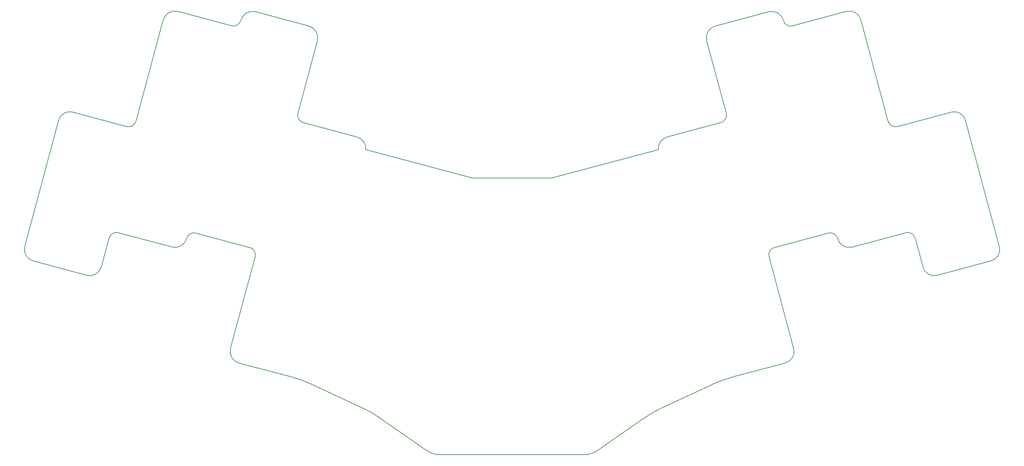
<source format=gbr>
%TF.GenerationSoftware,KiCad,Pcbnew,(6.0.0)*%
%TF.CreationDate,2022-07-16T11:14:53-07:00*%
%TF.ProjectId,greenthumb,67726565-6e74-4687-956d-622e6b696361,rev?*%
%TF.SameCoordinates,Original*%
%TF.FileFunction,Profile,NP*%
%FSLAX46Y46*%
G04 Gerber Fmt 4.6, Leading zero omitted, Abs format (unit mm)*
G04 Created by KiCad (PCBNEW (6.0.0)) date 2022-07-16 11:14:53*
%MOMM*%
%LPD*%
G01*
G04 APERTURE LIST*
%TA.AperFunction,Profile*%
%ADD10C,0.200000*%
%TD*%
G04 APERTURE END LIST*
D10*
X231313461Y-83647300D02*
G75*
G03*
X228925218Y-82268440I-1883475J-504558D01*
G01*
X200329559Y-29832947D02*
G75*
G03*
X198208243Y-33507186I776367J-2897723D01*
G01*
X111883701Y-61121670D02*
G75*
G03*
X109632970Y-57930400I-3040043J245256D01*
G01*
X231313460Y-83647300D02*
G75*
G03*
X235000633Y-85816915I2910616J728566D01*
G01*
X252914188Y-90852091D02*
X250960113Y-83559373D01*
X83920824Y-26194262D02*
G75*
G03*
X80233649Y-28363883I-776561J-2898175D01*
G01*
X182282750Y-129197610D02*
X170773683Y-137256342D01*
X111883701Y-61121670D02*
X138929624Y-68368600D01*
X64274177Y-26106347D02*
X77845406Y-29742744D01*
X60599941Y-28227665D02*
X53728310Y-53872927D01*
X98253460Y-120629571D02*
G75*
G03*
X93314454Y-118831913I-12743542J-27328754D01*
G01*
X37768838Y-51615388D02*
G75*
G03*
X34094604Y-53736710I-776457J-2897776D01*
G01*
X250960113Y-83559373D02*
G75*
G03*
X248571863Y-82180516I-1883521J-504640D01*
G01*
X83846485Y-88290814D02*
G75*
G03*
X82467629Y-85902567I-1883696J504612D01*
G01*
X127047939Y-137254074D02*
G75*
G03*
X129819895Y-138401363I3969995J5669578D01*
G01*
X127047939Y-137254074D02*
X115538878Y-129195336D01*
X51340066Y-55251791D02*
G75*
G03*
X53728310Y-53872927I504683J1883566D01*
G01*
X219976214Y-29745014D02*
X233547448Y-26108613D01*
X99613373Y-33504900D02*
G75*
G03*
X97492054Y-29830667I-2897750J776472D01*
G01*
X25540647Y-85660503D02*
G75*
G03*
X27661968Y-89334734I2897782J-776451D01*
G01*
X248571863Y-82180516D02*
X235000633Y-85816915D01*
X217587969Y-28366154D02*
G75*
G03*
X213900795Y-26196548I-2910697J-728715D01*
G01*
X34094604Y-53736710D02*
X25540647Y-85660503D01*
X99613373Y-33504900D02*
X94682879Y-51905746D01*
X62820987Y-85814644D02*
G75*
G03*
X66495220Y-83693321I776456J2897777D01*
G01*
X200329559Y-29832947D02*
X213900795Y-26196548D01*
X199568160Y-120631846D02*
X186834564Y-126569617D01*
X83846485Y-88290814D02*
X77621904Y-111521279D01*
X129819895Y-138401363D02*
X168000791Y-138401366D01*
X237221678Y-28229934D02*
G75*
G03*
X233547448Y-26108613I-2897802J-776501D01*
G01*
X218078397Y-115197793D02*
X204507165Y-118834196D01*
X41233199Y-92971133D02*
X27661968Y-89334734D01*
X110987059Y-126567345D02*
X98253460Y-120629571D01*
X198208243Y-33507186D02*
X203138739Y-51908031D01*
X263727017Y-53738988D02*
X272280976Y-85662775D01*
X246481550Y-55254067D02*
X260052777Y-51617666D01*
X77621905Y-111521279D02*
G75*
G03*
X79743227Y-115195515I2897699J-776503D01*
G01*
X263727017Y-53738988D02*
G75*
G03*
X260052777Y-51617666I-2897730J-776371D01*
G01*
X94682879Y-51905746D02*
G75*
G03*
X96061741Y-54294000I1883556J-504697D01*
G01*
X41233199Y-92971132D02*
G75*
G03*
X44907431Y-90849813I776432J2897817D01*
G01*
X270159657Y-89337011D02*
X256588427Y-92973414D01*
X237221679Y-28229934D02*
X244093311Y-53875206D01*
X82467629Y-85902567D02*
X68896398Y-82266166D01*
X220199714Y-111523562D02*
X213975138Y-88293093D01*
X83920824Y-26194262D02*
X97492054Y-29830667D01*
X270159657Y-89337011D02*
G75*
G03*
X272280976Y-85662775I-776355J2897718D01*
G01*
X115538878Y-129195336D02*
G75*
G03*
X110987059Y-126567345I-17294150J-24698389D01*
G01*
X218078397Y-115197793D02*
G75*
G03*
X220199714Y-111523562I-776531J2897817D01*
G01*
X96061741Y-54294000D02*
X109632970Y-57930400D01*
X49249757Y-82178242D02*
G75*
G03*
X46861507Y-83557104I-504731J-1883491D01*
G01*
X68896398Y-82266167D02*
G75*
G03*
X66495220Y-83693321I-504922J-1884032D01*
G01*
X185937962Y-61123937D02*
X158892041Y-68370870D01*
X215353986Y-85904842D02*
G75*
G03*
X213975138Y-88293093I504866J-1883645D01*
G01*
X244093311Y-53875206D02*
G75*
G03*
X246481550Y-55254067I1883574J504730D01*
G01*
X217587968Y-28366154D02*
G75*
G03*
X219976214Y-29745014I1861125J465847D01*
G01*
X252914187Y-90852091D02*
G75*
G03*
X256588427Y-92973414I2897678J776279D01*
G01*
X204507165Y-118834196D02*
G75*
G03*
X199568160Y-120631846I7804583J-29126656D01*
G01*
X188188649Y-57932683D02*
G75*
G03*
X185937962Y-61123937I789353J-2946000D01*
G01*
X188188649Y-57932683D02*
X201759882Y-54296280D01*
X138929624Y-68368600D02*
X158892041Y-68370870D01*
X62820987Y-85814643D02*
X49249757Y-82178241D01*
X77845406Y-29742743D02*
G75*
G03*
X80233649Y-28363883I504686J1883560D01*
G01*
X201759882Y-54296281D02*
G75*
G03*
X203138739Y-51908031I-504612J1883505D01*
G01*
X44907431Y-90849813D02*
X46861507Y-83557104D01*
X93314454Y-118831913D02*
X79743227Y-115195515D01*
X168000791Y-138401366D02*
G75*
G03*
X170773683Y-137256342I-1182515J6793736D01*
G01*
X186834564Y-126569617D02*
G75*
G03*
X182282750Y-129197610I12744307J-27329752D01*
G01*
X37768838Y-51615388D02*
X51340066Y-55251791D01*
X64274177Y-26106346D02*
G75*
G03*
X60599941Y-28227665I-776462J-2897772D01*
G01*
X228925218Y-82268440D02*
X215353986Y-85904842D01*
M02*

</source>
